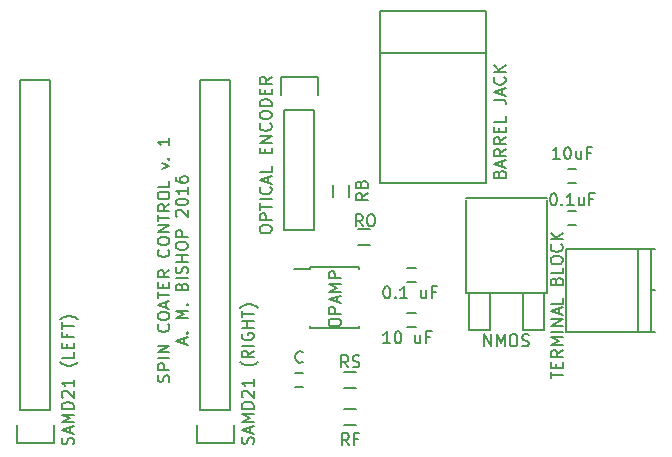
<source format=gto>
G04 #@! TF.FileFunction,Legend,Top*
%FSLAX46Y46*%
G04 Gerber Fmt 4.6, Leading zero omitted, Abs format (unit mm)*
G04 Created by KiCad (PCBNEW 4.0.2-stable) date Wednesday, July 27, 2016 'PMt' 01:40:30 PM*
%MOMM*%
G01*
G04 APERTURE LIST*
%ADD10C,0.100000*%
%ADD11C,0.150000*%
G04 APERTURE END LIST*
D10*
D11*
X117993762Y-116989524D02*
X118041381Y-116846667D01*
X118041381Y-116608571D01*
X117993762Y-116513333D01*
X117946143Y-116465714D01*
X117850905Y-116418095D01*
X117755667Y-116418095D01*
X117660429Y-116465714D01*
X117612810Y-116513333D01*
X117565190Y-116608571D01*
X117517571Y-116799048D01*
X117469952Y-116894286D01*
X117422333Y-116941905D01*
X117327095Y-116989524D01*
X117231857Y-116989524D01*
X117136619Y-116941905D01*
X117089000Y-116894286D01*
X117041381Y-116799048D01*
X117041381Y-116560952D01*
X117089000Y-116418095D01*
X118041381Y-115989524D02*
X117041381Y-115989524D01*
X117041381Y-115608571D01*
X117089000Y-115513333D01*
X117136619Y-115465714D01*
X117231857Y-115418095D01*
X117374714Y-115418095D01*
X117469952Y-115465714D01*
X117517571Y-115513333D01*
X117565190Y-115608571D01*
X117565190Y-115989524D01*
X118041381Y-114989524D02*
X117041381Y-114989524D01*
X118041381Y-114513334D02*
X117041381Y-114513334D01*
X118041381Y-113941905D01*
X117041381Y-113941905D01*
X117946143Y-112132381D02*
X117993762Y-112180000D01*
X118041381Y-112322857D01*
X118041381Y-112418095D01*
X117993762Y-112560953D01*
X117898524Y-112656191D01*
X117803286Y-112703810D01*
X117612810Y-112751429D01*
X117469952Y-112751429D01*
X117279476Y-112703810D01*
X117184238Y-112656191D01*
X117089000Y-112560953D01*
X117041381Y-112418095D01*
X117041381Y-112322857D01*
X117089000Y-112180000D01*
X117136619Y-112132381D01*
X117041381Y-111513334D02*
X117041381Y-111322857D01*
X117089000Y-111227619D01*
X117184238Y-111132381D01*
X117374714Y-111084762D01*
X117708048Y-111084762D01*
X117898524Y-111132381D01*
X117993762Y-111227619D01*
X118041381Y-111322857D01*
X118041381Y-111513334D01*
X117993762Y-111608572D01*
X117898524Y-111703810D01*
X117708048Y-111751429D01*
X117374714Y-111751429D01*
X117184238Y-111703810D01*
X117089000Y-111608572D01*
X117041381Y-111513334D01*
X117755667Y-110703810D02*
X117755667Y-110227619D01*
X118041381Y-110799048D02*
X117041381Y-110465715D01*
X118041381Y-110132381D01*
X117041381Y-109941905D02*
X117041381Y-109370476D01*
X118041381Y-109656191D02*
X117041381Y-109656191D01*
X117517571Y-109037143D02*
X117517571Y-108703809D01*
X118041381Y-108560952D02*
X118041381Y-109037143D01*
X117041381Y-109037143D01*
X117041381Y-108560952D01*
X118041381Y-107560952D02*
X117565190Y-107894286D01*
X118041381Y-108132381D02*
X117041381Y-108132381D01*
X117041381Y-107751428D01*
X117089000Y-107656190D01*
X117136619Y-107608571D01*
X117231857Y-107560952D01*
X117374714Y-107560952D01*
X117469952Y-107608571D01*
X117517571Y-107656190D01*
X117565190Y-107751428D01*
X117565190Y-108132381D01*
X117946143Y-105799047D02*
X117993762Y-105846666D01*
X118041381Y-105989523D01*
X118041381Y-106084761D01*
X117993762Y-106227619D01*
X117898524Y-106322857D01*
X117803286Y-106370476D01*
X117612810Y-106418095D01*
X117469952Y-106418095D01*
X117279476Y-106370476D01*
X117184238Y-106322857D01*
X117089000Y-106227619D01*
X117041381Y-106084761D01*
X117041381Y-105989523D01*
X117089000Y-105846666D01*
X117136619Y-105799047D01*
X117041381Y-105180000D02*
X117041381Y-104989523D01*
X117089000Y-104894285D01*
X117184238Y-104799047D01*
X117374714Y-104751428D01*
X117708048Y-104751428D01*
X117898524Y-104799047D01*
X117993762Y-104894285D01*
X118041381Y-104989523D01*
X118041381Y-105180000D01*
X117993762Y-105275238D01*
X117898524Y-105370476D01*
X117708048Y-105418095D01*
X117374714Y-105418095D01*
X117184238Y-105370476D01*
X117089000Y-105275238D01*
X117041381Y-105180000D01*
X118041381Y-104322857D02*
X117041381Y-104322857D01*
X118041381Y-103751428D01*
X117041381Y-103751428D01*
X117041381Y-103418095D02*
X117041381Y-102846666D01*
X118041381Y-103132381D02*
X117041381Y-103132381D01*
X118041381Y-101941904D02*
X117565190Y-102275238D01*
X118041381Y-102513333D02*
X117041381Y-102513333D01*
X117041381Y-102132380D01*
X117089000Y-102037142D01*
X117136619Y-101989523D01*
X117231857Y-101941904D01*
X117374714Y-101941904D01*
X117469952Y-101989523D01*
X117517571Y-102037142D01*
X117565190Y-102132380D01*
X117565190Y-102513333D01*
X117041381Y-101322857D02*
X117041381Y-101132380D01*
X117089000Y-101037142D01*
X117184238Y-100941904D01*
X117374714Y-100894285D01*
X117708048Y-100894285D01*
X117898524Y-100941904D01*
X117993762Y-101037142D01*
X118041381Y-101132380D01*
X118041381Y-101322857D01*
X117993762Y-101418095D01*
X117898524Y-101513333D01*
X117708048Y-101560952D01*
X117374714Y-101560952D01*
X117184238Y-101513333D01*
X117089000Y-101418095D01*
X117041381Y-101322857D01*
X118041381Y-99989523D02*
X118041381Y-100465714D01*
X117041381Y-100465714D01*
X117374714Y-98989523D02*
X118041381Y-98751428D01*
X117374714Y-98513332D01*
X117946143Y-98132380D02*
X117993762Y-98084761D01*
X118041381Y-98132380D01*
X117993762Y-98179999D01*
X117946143Y-98132380D01*
X118041381Y-98132380D01*
X118041381Y-96370475D02*
X118041381Y-96941904D01*
X118041381Y-96656190D02*
X117041381Y-96656190D01*
X117184238Y-96751428D01*
X117279476Y-96846666D01*
X117327095Y-96941904D01*
X119305667Y-113775238D02*
X119305667Y-113299047D01*
X119591381Y-113870476D02*
X118591381Y-113537143D01*
X119591381Y-113203809D01*
X119496143Y-112870476D02*
X119543762Y-112822857D01*
X119591381Y-112870476D01*
X119543762Y-112918095D01*
X119496143Y-112870476D01*
X119591381Y-112870476D01*
X119591381Y-111632381D02*
X118591381Y-111632381D01*
X119305667Y-111299047D01*
X118591381Y-110965714D01*
X119591381Y-110965714D01*
X119496143Y-110489524D02*
X119543762Y-110441905D01*
X119591381Y-110489524D01*
X119543762Y-110537143D01*
X119496143Y-110489524D01*
X119591381Y-110489524D01*
X119067571Y-108918095D02*
X119115190Y-108775238D01*
X119162810Y-108727619D01*
X119258048Y-108680000D01*
X119400905Y-108680000D01*
X119496143Y-108727619D01*
X119543762Y-108775238D01*
X119591381Y-108870476D01*
X119591381Y-109251429D01*
X118591381Y-109251429D01*
X118591381Y-108918095D01*
X118639000Y-108822857D01*
X118686619Y-108775238D01*
X118781857Y-108727619D01*
X118877095Y-108727619D01*
X118972333Y-108775238D01*
X119019952Y-108822857D01*
X119067571Y-108918095D01*
X119067571Y-109251429D01*
X119591381Y-108251429D02*
X118591381Y-108251429D01*
X119543762Y-107822858D02*
X119591381Y-107680001D01*
X119591381Y-107441905D01*
X119543762Y-107346667D01*
X119496143Y-107299048D01*
X119400905Y-107251429D01*
X119305667Y-107251429D01*
X119210429Y-107299048D01*
X119162810Y-107346667D01*
X119115190Y-107441905D01*
X119067571Y-107632382D01*
X119019952Y-107727620D01*
X118972333Y-107775239D01*
X118877095Y-107822858D01*
X118781857Y-107822858D01*
X118686619Y-107775239D01*
X118639000Y-107727620D01*
X118591381Y-107632382D01*
X118591381Y-107394286D01*
X118639000Y-107251429D01*
X119591381Y-106822858D02*
X118591381Y-106822858D01*
X119067571Y-106822858D02*
X119067571Y-106251429D01*
X119591381Y-106251429D02*
X118591381Y-106251429D01*
X118591381Y-105584763D02*
X118591381Y-105394286D01*
X118639000Y-105299048D01*
X118734238Y-105203810D01*
X118924714Y-105156191D01*
X119258048Y-105156191D01*
X119448524Y-105203810D01*
X119543762Y-105299048D01*
X119591381Y-105394286D01*
X119591381Y-105584763D01*
X119543762Y-105680001D01*
X119448524Y-105775239D01*
X119258048Y-105822858D01*
X118924714Y-105822858D01*
X118734238Y-105775239D01*
X118639000Y-105680001D01*
X118591381Y-105584763D01*
X119591381Y-104727620D02*
X118591381Y-104727620D01*
X118591381Y-104346667D01*
X118639000Y-104251429D01*
X118686619Y-104203810D01*
X118781857Y-104156191D01*
X118924714Y-104156191D01*
X119019952Y-104203810D01*
X119067571Y-104251429D01*
X119115190Y-104346667D01*
X119115190Y-104727620D01*
X118686619Y-103013334D02*
X118639000Y-102965715D01*
X118591381Y-102870477D01*
X118591381Y-102632381D01*
X118639000Y-102537143D01*
X118686619Y-102489524D01*
X118781857Y-102441905D01*
X118877095Y-102441905D01*
X119019952Y-102489524D01*
X119591381Y-103060953D01*
X119591381Y-102441905D01*
X118591381Y-101822858D02*
X118591381Y-101727619D01*
X118639000Y-101632381D01*
X118686619Y-101584762D01*
X118781857Y-101537143D01*
X118972333Y-101489524D01*
X119210429Y-101489524D01*
X119400905Y-101537143D01*
X119496143Y-101584762D01*
X119543762Y-101632381D01*
X119591381Y-101727619D01*
X119591381Y-101822858D01*
X119543762Y-101918096D01*
X119496143Y-101965715D01*
X119400905Y-102013334D01*
X119210429Y-102060953D01*
X118972333Y-102060953D01*
X118781857Y-102013334D01*
X118686619Y-101965715D01*
X118639000Y-101918096D01*
X118591381Y-101822858D01*
X119591381Y-100537143D02*
X119591381Y-101108572D01*
X119591381Y-100822858D02*
X118591381Y-100822858D01*
X118734238Y-100918096D01*
X118829476Y-101013334D01*
X118877095Y-101108572D01*
X118591381Y-99680000D02*
X118591381Y-99870477D01*
X118639000Y-99965715D01*
X118686619Y-100013334D01*
X118829476Y-100108572D01*
X119019952Y-100156191D01*
X119400905Y-100156191D01*
X119496143Y-100108572D01*
X119543762Y-100060953D01*
X119591381Y-99965715D01*
X119591381Y-99775238D01*
X119543762Y-99680000D01*
X119496143Y-99632381D01*
X119400905Y-99584762D01*
X119162810Y-99584762D01*
X119067571Y-99632381D01*
X119019952Y-99680000D01*
X118972333Y-99775238D01*
X118972333Y-99965715D01*
X119019952Y-100060953D01*
X119067571Y-100108572D01*
X119162810Y-100156191D01*
X151784000Y-102524000D02*
X152484000Y-102524000D01*
X152484000Y-103724000D02*
X151784000Y-103724000D01*
X128670000Y-116240000D02*
X129370000Y-116240000D01*
X129370000Y-117440000D02*
X128670000Y-117440000D01*
X151808000Y-98968000D02*
X152508000Y-98968000D01*
X152508000Y-100168000D02*
X151808000Y-100168000D01*
X138195000Y-111160000D02*
X138895000Y-111160000D01*
X138895000Y-112360000D02*
X138195000Y-112360000D01*
X138195000Y-107350000D02*
X138895000Y-107350000D01*
X138895000Y-108550000D02*
X138195000Y-108550000D01*
X144835880Y-89143840D02*
X135834120Y-89143840D01*
X144835880Y-85643720D02*
X135834120Y-85643720D01*
X135834120Y-85643720D02*
X135834120Y-100144580D01*
X135834120Y-100144580D02*
X144835880Y-100144580D01*
X144835880Y-100144580D02*
X144835880Y-85643720D01*
X120650000Y-119380000D02*
X120650000Y-91440000D01*
X120650000Y-91440000D02*
X123190000Y-91440000D01*
X123190000Y-91440000D02*
X123190000Y-119380000D01*
X120370000Y-122200000D02*
X120370000Y-120650000D01*
X120650000Y-119380000D02*
X123190000Y-119380000D01*
X123470000Y-120650000D02*
X123470000Y-122200000D01*
X123470000Y-122200000D02*
X120370000Y-122200000D01*
X127762000Y-93980000D02*
X127762000Y-104140000D01*
X127762000Y-104140000D02*
X130302000Y-104140000D01*
X130302000Y-104140000D02*
X130302000Y-93980000D01*
X127482000Y-91160000D02*
X127482000Y-92710000D01*
X127762000Y-93980000D02*
X130302000Y-93980000D01*
X130582000Y-92710000D02*
X130582000Y-91160000D01*
X130582000Y-91160000D02*
X127482000Y-91160000D01*
X158786000Y-109248000D02*
X159186000Y-109248000D01*
X157686000Y-112748000D02*
X157686000Y-105748000D01*
X158786000Y-112748000D02*
X158786000Y-105748000D01*
X151586000Y-112748000D02*
X159186000Y-112748000D01*
X159186000Y-105748000D02*
X151586000Y-105748000D01*
X151586000Y-105748000D02*
X151586000Y-112748000D01*
X147955000Y-109474000D02*
X147955000Y-112649000D01*
X147955000Y-112649000D02*
X149733000Y-112649000D01*
X149733000Y-112649000D02*
X149733000Y-109474000D01*
X143383000Y-109474000D02*
X143383000Y-112649000D01*
X143383000Y-112649000D02*
X145161000Y-112649000D01*
X145161000Y-112649000D02*
X145161000Y-109474000D01*
X149987000Y-103378000D02*
X149987000Y-109474000D01*
X149987000Y-109474000D02*
X143129000Y-109474000D01*
X143129000Y-109474000D02*
X143129000Y-101600000D01*
X143129000Y-101473000D02*
X149987000Y-101473000D01*
X149987000Y-101600000D02*
X149987000Y-103378000D01*
X132850000Y-116165000D02*
X133850000Y-116165000D01*
X133850000Y-117515000D02*
X132850000Y-117515000D01*
X134005000Y-104100000D02*
X135005000Y-104100000D01*
X135005000Y-105450000D02*
X134005000Y-105450000D01*
X132850000Y-119340000D02*
X133850000Y-119340000D01*
X133850000Y-120690000D02*
X132850000Y-120690000D01*
X105410000Y-119380000D02*
X105410000Y-91440000D01*
X105410000Y-91440000D02*
X107950000Y-91440000D01*
X107950000Y-91440000D02*
X107950000Y-119380000D01*
X105130000Y-122200000D02*
X105130000Y-120650000D01*
X105410000Y-119380000D02*
X107950000Y-119380000D01*
X108230000Y-120650000D02*
X108230000Y-122200000D01*
X108230000Y-122200000D02*
X105130000Y-122200000D01*
X129976000Y-107280000D02*
X129976000Y-107425000D01*
X134126000Y-107280000D02*
X134126000Y-107425000D01*
X134126000Y-112430000D02*
X134126000Y-112285000D01*
X129976000Y-112430000D02*
X129976000Y-112285000D01*
X129976000Y-107280000D02*
X134126000Y-107280000D01*
X129976000Y-112430000D02*
X134126000Y-112430000D01*
X129976000Y-107425000D02*
X128576000Y-107425000D01*
X133263000Y-100350000D02*
X133263000Y-101350000D01*
X131913000Y-101350000D02*
X131913000Y-100350000D01*
X150503143Y-101052381D02*
X150598382Y-101052381D01*
X150693620Y-101100000D01*
X150741239Y-101147619D01*
X150788858Y-101242857D01*
X150836477Y-101433333D01*
X150836477Y-101671429D01*
X150788858Y-101861905D01*
X150741239Y-101957143D01*
X150693620Y-102004762D01*
X150598382Y-102052381D01*
X150503143Y-102052381D01*
X150407905Y-102004762D01*
X150360286Y-101957143D01*
X150312667Y-101861905D01*
X150265048Y-101671429D01*
X150265048Y-101433333D01*
X150312667Y-101242857D01*
X150360286Y-101147619D01*
X150407905Y-101100000D01*
X150503143Y-101052381D01*
X151265048Y-101957143D02*
X151312667Y-102004762D01*
X151265048Y-102052381D01*
X151217429Y-102004762D01*
X151265048Y-101957143D01*
X151265048Y-102052381D01*
X152265048Y-102052381D02*
X151693619Y-102052381D01*
X151979333Y-102052381D02*
X151979333Y-101052381D01*
X151884095Y-101195238D01*
X151788857Y-101290476D01*
X151693619Y-101338095D01*
X153122191Y-101385714D02*
X153122191Y-102052381D01*
X152693619Y-101385714D02*
X152693619Y-101909524D01*
X152741238Y-102004762D01*
X152836476Y-102052381D01*
X152979334Y-102052381D01*
X153074572Y-102004762D01*
X153122191Y-101957143D01*
X153931715Y-101528571D02*
X153598381Y-101528571D01*
X153598381Y-102052381D02*
X153598381Y-101052381D01*
X154074572Y-101052381D01*
X129329524Y-115297143D02*
X129281905Y-115344762D01*
X129139048Y-115392381D01*
X129043810Y-115392381D01*
X128900952Y-115344762D01*
X128805714Y-115249524D01*
X128758095Y-115154286D01*
X128710476Y-114963810D01*
X128710476Y-114820952D01*
X128758095Y-114630476D01*
X128805714Y-114535238D01*
X128900952Y-114440000D01*
X129043810Y-114392381D01*
X129139048Y-114392381D01*
X129281905Y-114440000D01*
X129329524Y-114487619D01*
X151086572Y-98120381D02*
X150515143Y-98120381D01*
X150800857Y-98120381D02*
X150800857Y-97120381D01*
X150705619Y-97263238D01*
X150610381Y-97358476D01*
X150515143Y-97406095D01*
X151705619Y-97120381D02*
X151800858Y-97120381D01*
X151896096Y-97168000D01*
X151943715Y-97215619D01*
X151991334Y-97310857D01*
X152038953Y-97501333D01*
X152038953Y-97739429D01*
X151991334Y-97929905D01*
X151943715Y-98025143D01*
X151896096Y-98072762D01*
X151800858Y-98120381D01*
X151705619Y-98120381D01*
X151610381Y-98072762D01*
X151562762Y-98025143D01*
X151515143Y-97929905D01*
X151467524Y-97739429D01*
X151467524Y-97501333D01*
X151515143Y-97310857D01*
X151562762Y-97215619D01*
X151610381Y-97168000D01*
X151705619Y-97120381D01*
X152896096Y-97453714D02*
X152896096Y-98120381D01*
X152467524Y-97453714D02*
X152467524Y-97977524D01*
X152515143Y-98072762D01*
X152610381Y-98120381D01*
X152753239Y-98120381D01*
X152848477Y-98072762D01*
X152896096Y-98025143D01*
X153705620Y-97596571D02*
X153372286Y-97596571D01*
X153372286Y-98120381D02*
X153372286Y-97120381D01*
X153848477Y-97120381D01*
X136723619Y-113736381D02*
X136152190Y-113736381D01*
X136437904Y-113736381D02*
X136437904Y-112736381D01*
X136342666Y-112879238D01*
X136247428Y-112974476D01*
X136152190Y-113022095D01*
X137342666Y-112736381D02*
X137437905Y-112736381D01*
X137533143Y-112784000D01*
X137580762Y-112831619D01*
X137628381Y-112926857D01*
X137676000Y-113117333D01*
X137676000Y-113355429D01*
X137628381Y-113545905D01*
X137580762Y-113641143D01*
X137533143Y-113688762D01*
X137437905Y-113736381D01*
X137342666Y-113736381D01*
X137247428Y-113688762D01*
X137199809Y-113641143D01*
X137152190Y-113545905D01*
X137104571Y-113355429D01*
X137104571Y-113117333D01*
X137152190Y-112926857D01*
X137199809Y-112831619D01*
X137247428Y-112784000D01*
X137342666Y-112736381D01*
X139295048Y-113069714D02*
X139295048Y-113736381D01*
X138866476Y-113069714D02*
X138866476Y-113593524D01*
X138914095Y-113688762D01*
X139009333Y-113736381D01*
X139152191Y-113736381D01*
X139247429Y-113688762D01*
X139295048Y-113641143D01*
X140104572Y-113212571D02*
X139771238Y-113212571D01*
X139771238Y-113736381D02*
X139771238Y-112736381D01*
X140247429Y-112736381D01*
X136406190Y-108926381D02*
X136501429Y-108926381D01*
X136596667Y-108974000D01*
X136644286Y-109021619D01*
X136691905Y-109116857D01*
X136739524Y-109307333D01*
X136739524Y-109545429D01*
X136691905Y-109735905D01*
X136644286Y-109831143D01*
X136596667Y-109878762D01*
X136501429Y-109926381D01*
X136406190Y-109926381D01*
X136310952Y-109878762D01*
X136263333Y-109831143D01*
X136215714Y-109735905D01*
X136168095Y-109545429D01*
X136168095Y-109307333D01*
X136215714Y-109116857D01*
X136263333Y-109021619D01*
X136310952Y-108974000D01*
X136406190Y-108926381D01*
X137168095Y-109831143D02*
X137215714Y-109878762D01*
X137168095Y-109926381D01*
X137120476Y-109878762D01*
X137168095Y-109831143D01*
X137168095Y-109926381D01*
X138168095Y-109926381D02*
X137596666Y-109926381D01*
X137882380Y-109926381D02*
X137882380Y-108926381D01*
X137787142Y-109069238D01*
X137691904Y-109164476D01*
X137596666Y-109212095D01*
X139787143Y-109259714D02*
X139787143Y-109926381D01*
X139358571Y-109259714D02*
X139358571Y-109783524D01*
X139406190Y-109878762D01*
X139501428Y-109926381D01*
X139644286Y-109926381D01*
X139739524Y-109878762D01*
X139787143Y-109831143D01*
X140596667Y-109402571D02*
X140263333Y-109402571D01*
X140263333Y-109926381D02*
X140263333Y-108926381D01*
X140739524Y-108926381D01*
X145978571Y-99400762D02*
X146026190Y-99257905D01*
X146073810Y-99210286D01*
X146169048Y-99162667D01*
X146311905Y-99162667D01*
X146407143Y-99210286D01*
X146454762Y-99257905D01*
X146502381Y-99353143D01*
X146502381Y-99734096D01*
X145502381Y-99734096D01*
X145502381Y-99400762D01*
X145550000Y-99305524D01*
X145597619Y-99257905D01*
X145692857Y-99210286D01*
X145788095Y-99210286D01*
X145883333Y-99257905D01*
X145930952Y-99305524D01*
X145978571Y-99400762D01*
X145978571Y-99734096D01*
X146216667Y-98781715D02*
X146216667Y-98305524D01*
X146502381Y-98876953D02*
X145502381Y-98543620D01*
X146502381Y-98210286D01*
X146502381Y-97305524D02*
X146026190Y-97638858D01*
X146502381Y-97876953D02*
X145502381Y-97876953D01*
X145502381Y-97496000D01*
X145550000Y-97400762D01*
X145597619Y-97353143D01*
X145692857Y-97305524D01*
X145835714Y-97305524D01*
X145930952Y-97353143D01*
X145978571Y-97400762D01*
X146026190Y-97496000D01*
X146026190Y-97876953D01*
X146502381Y-96305524D02*
X146026190Y-96638858D01*
X146502381Y-96876953D02*
X145502381Y-96876953D01*
X145502381Y-96496000D01*
X145550000Y-96400762D01*
X145597619Y-96353143D01*
X145692857Y-96305524D01*
X145835714Y-96305524D01*
X145930952Y-96353143D01*
X145978571Y-96400762D01*
X146026190Y-96496000D01*
X146026190Y-96876953D01*
X145978571Y-95876953D02*
X145978571Y-95543619D01*
X146502381Y-95400762D02*
X146502381Y-95876953D01*
X145502381Y-95876953D01*
X145502381Y-95400762D01*
X146502381Y-94496000D02*
X146502381Y-94972191D01*
X145502381Y-94972191D01*
X145502381Y-93115047D02*
X146216667Y-93115047D01*
X146359524Y-93162667D01*
X146454762Y-93257905D01*
X146502381Y-93400762D01*
X146502381Y-93496000D01*
X146216667Y-92686476D02*
X146216667Y-92210285D01*
X146502381Y-92781714D02*
X145502381Y-92448381D01*
X146502381Y-92115047D01*
X146407143Y-91210285D02*
X146454762Y-91257904D01*
X146502381Y-91400761D01*
X146502381Y-91495999D01*
X146454762Y-91638857D01*
X146359524Y-91734095D01*
X146264286Y-91781714D01*
X146073810Y-91829333D01*
X145930952Y-91829333D01*
X145740476Y-91781714D01*
X145645238Y-91734095D01*
X145550000Y-91638857D01*
X145502381Y-91495999D01*
X145502381Y-91400761D01*
X145550000Y-91257904D01*
X145597619Y-91210285D01*
X146502381Y-90781714D02*
X145502381Y-90781714D01*
X146502381Y-90210285D02*
X145930952Y-90638857D01*
X145502381Y-90210285D02*
X146073810Y-90781714D01*
X125118762Y-122260572D02*
X125166381Y-122117715D01*
X125166381Y-121879619D01*
X125118762Y-121784381D01*
X125071143Y-121736762D01*
X124975905Y-121689143D01*
X124880667Y-121689143D01*
X124785429Y-121736762D01*
X124737810Y-121784381D01*
X124690190Y-121879619D01*
X124642571Y-122070096D01*
X124594952Y-122165334D01*
X124547333Y-122212953D01*
X124452095Y-122260572D01*
X124356857Y-122260572D01*
X124261619Y-122212953D01*
X124214000Y-122165334D01*
X124166381Y-122070096D01*
X124166381Y-121832000D01*
X124214000Y-121689143D01*
X124880667Y-121308191D02*
X124880667Y-120832000D01*
X125166381Y-121403429D02*
X124166381Y-121070096D01*
X125166381Y-120736762D01*
X125166381Y-120403429D02*
X124166381Y-120403429D01*
X124880667Y-120070095D01*
X124166381Y-119736762D01*
X125166381Y-119736762D01*
X125166381Y-119260572D02*
X124166381Y-119260572D01*
X124166381Y-119022477D01*
X124214000Y-118879619D01*
X124309238Y-118784381D01*
X124404476Y-118736762D01*
X124594952Y-118689143D01*
X124737810Y-118689143D01*
X124928286Y-118736762D01*
X125023524Y-118784381D01*
X125118762Y-118879619D01*
X125166381Y-119022477D01*
X125166381Y-119260572D01*
X124261619Y-118308191D02*
X124214000Y-118260572D01*
X124166381Y-118165334D01*
X124166381Y-117927238D01*
X124214000Y-117832000D01*
X124261619Y-117784381D01*
X124356857Y-117736762D01*
X124452095Y-117736762D01*
X124594952Y-117784381D01*
X125166381Y-118355810D01*
X125166381Y-117736762D01*
X125166381Y-116784381D02*
X125166381Y-117355810D01*
X125166381Y-117070096D02*
X124166381Y-117070096D01*
X124309238Y-117165334D01*
X124404476Y-117260572D01*
X124452095Y-117355810D01*
X125547333Y-115308190D02*
X125499714Y-115355810D01*
X125356857Y-115451048D01*
X125261619Y-115498667D01*
X125118762Y-115546286D01*
X124880667Y-115593905D01*
X124690190Y-115593905D01*
X124452095Y-115546286D01*
X124309238Y-115498667D01*
X124214000Y-115451048D01*
X124071143Y-115355810D01*
X124023524Y-115308190D01*
X125166381Y-114355809D02*
X124690190Y-114689143D01*
X125166381Y-114927238D02*
X124166381Y-114927238D01*
X124166381Y-114546285D01*
X124214000Y-114451047D01*
X124261619Y-114403428D01*
X124356857Y-114355809D01*
X124499714Y-114355809D01*
X124594952Y-114403428D01*
X124642571Y-114451047D01*
X124690190Y-114546285D01*
X124690190Y-114927238D01*
X125166381Y-113927238D02*
X124166381Y-113927238D01*
X124214000Y-112927238D02*
X124166381Y-113022476D01*
X124166381Y-113165333D01*
X124214000Y-113308191D01*
X124309238Y-113403429D01*
X124404476Y-113451048D01*
X124594952Y-113498667D01*
X124737810Y-113498667D01*
X124928286Y-113451048D01*
X125023524Y-113403429D01*
X125118762Y-113308191D01*
X125166381Y-113165333D01*
X125166381Y-113070095D01*
X125118762Y-112927238D01*
X125071143Y-112879619D01*
X124737810Y-112879619D01*
X124737810Y-113070095D01*
X125166381Y-112451048D02*
X124166381Y-112451048D01*
X124642571Y-112451048D02*
X124642571Y-111879619D01*
X125166381Y-111879619D02*
X124166381Y-111879619D01*
X124166381Y-111546286D02*
X124166381Y-110974857D01*
X125166381Y-111260572D02*
X124166381Y-111260572D01*
X125547333Y-110736762D02*
X125499714Y-110689143D01*
X125356857Y-110593905D01*
X125261619Y-110546286D01*
X125118762Y-110498667D01*
X124880667Y-110451048D01*
X124690190Y-110451048D01*
X124452095Y-110498667D01*
X124309238Y-110546286D01*
X124214000Y-110593905D01*
X124071143Y-110689143D01*
X124023524Y-110736762D01*
X125690381Y-104170953D02*
X125690381Y-103980476D01*
X125738000Y-103885238D01*
X125833238Y-103790000D01*
X126023714Y-103742381D01*
X126357048Y-103742381D01*
X126547524Y-103790000D01*
X126642762Y-103885238D01*
X126690381Y-103980476D01*
X126690381Y-104170953D01*
X126642762Y-104266191D01*
X126547524Y-104361429D01*
X126357048Y-104409048D01*
X126023714Y-104409048D01*
X125833238Y-104361429D01*
X125738000Y-104266191D01*
X125690381Y-104170953D01*
X126690381Y-103313810D02*
X125690381Y-103313810D01*
X125690381Y-102932857D01*
X125738000Y-102837619D01*
X125785619Y-102790000D01*
X125880857Y-102742381D01*
X126023714Y-102742381D01*
X126118952Y-102790000D01*
X126166571Y-102837619D01*
X126214190Y-102932857D01*
X126214190Y-103313810D01*
X125690381Y-102456667D02*
X125690381Y-101885238D01*
X126690381Y-102170953D02*
X125690381Y-102170953D01*
X126690381Y-101551905D02*
X125690381Y-101551905D01*
X126595143Y-100504286D02*
X126642762Y-100551905D01*
X126690381Y-100694762D01*
X126690381Y-100790000D01*
X126642762Y-100932858D01*
X126547524Y-101028096D01*
X126452286Y-101075715D01*
X126261810Y-101123334D01*
X126118952Y-101123334D01*
X125928476Y-101075715D01*
X125833238Y-101028096D01*
X125738000Y-100932858D01*
X125690381Y-100790000D01*
X125690381Y-100694762D01*
X125738000Y-100551905D01*
X125785619Y-100504286D01*
X126404667Y-100123334D02*
X126404667Y-99647143D01*
X126690381Y-100218572D02*
X125690381Y-99885239D01*
X126690381Y-99551905D01*
X126690381Y-98742381D02*
X126690381Y-99218572D01*
X125690381Y-99218572D01*
X126166571Y-97647143D02*
X126166571Y-97313809D01*
X126690381Y-97170952D02*
X126690381Y-97647143D01*
X125690381Y-97647143D01*
X125690381Y-97170952D01*
X126690381Y-96742381D02*
X125690381Y-96742381D01*
X126690381Y-96170952D01*
X125690381Y-96170952D01*
X126595143Y-95123333D02*
X126642762Y-95170952D01*
X126690381Y-95313809D01*
X126690381Y-95409047D01*
X126642762Y-95551905D01*
X126547524Y-95647143D01*
X126452286Y-95694762D01*
X126261810Y-95742381D01*
X126118952Y-95742381D01*
X125928476Y-95694762D01*
X125833238Y-95647143D01*
X125738000Y-95551905D01*
X125690381Y-95409047D01*
X125690381Y-95313809D01*
X125738000Y-95170952D01*
X125785619Y-95123333D01*
X125690381Y-94504286D02*
X125690381Y-94313809D01*
X125738000Y-94218571D01*
X125833238Y-94123333D01*
X126023714Y-94075714D01*
X126357048Y-94075714D01*
X126547524Y-94123333D01*
X126642762Y-94218571D01*
X126690381Y-94313809D01*
X126690381Y-94504286D01*
X126642762Y-94599524D01*
X126547524Y-94694762D01*
X126357048Y-94742381D01*
X126023714Y-94742381D01*
X125833238Y-94694762D01*
X125738000Y-94599524D01*
X125690381Y-94504286D01*
X126690381Y-93647143D02*
X125690381Y-93647143D01*
X125690381Y-93409048D01*
X125738000Y-93266190D01*
X125833238Y-93170952D01*
X125928476Y-93123333D01*
X126118952Y-93075714D01*
X126261810Y-93075714D01*
X126452286Y-93123333D01*
X126547524Y-93170952D01*
X126642762Y-93266190D01*
X126690381Y-93409048D01*
X126690381Y-93647143D01*
X126166571Y-92647143D02*
X126166571Y-92313809D01*
X126690381Y-92170952D02*
X126690381Y-92647143D01*
X125690381Y-92647143D01*
X125690381Y-92170952D01*
X126690381Y-91170952D02*
X126214190Y-91504286D01*
X126690381Y-91742381D02*
X125690381Y-91742381D01*
X125690381Y-91361428D01*
X125738000Y-91266190D01*
X125785619Y-91218571D01*
X125880857Y-91170952D01*
X126023714Y-91170952D01*
X126118952Y-91218571D01*
X126166571Y-91266190D01*
X126214190Y-91361428D01*
X126214190Y-91742381D01*
X150328381Y-116704286D02*
X150328381Y-116132857D01*
X151328381Y-116418572D02*
X150328381Y-116418572D01*
X150804571Y-115799524D02*
X150804571Y-115466190D01*
X151328381Y-115323333D02*
X151328381Y-115799524D01*
X150328381Y-115799524D01*
X150328381Y-115323333D01*
X151328381Y-114323333D02*
X150852190Y-114656667D01*
X151328381Y-114894762D02*
X150328381Y-114894762D01*
X150328381Y-114513809D01*
X150376000Y-114418571D01*
X150423619Y-114370952D01*
X150518857Y-114323333D01*
X150661714Y-114323333D01*
X150756952Y-114370952D01*
X150804571Y-114418571D01*
X150852190Y-114513809D01*
X150852190Y-114894762D01*
X151328381Y-113894762D02*
X150328381Y-113894762D01*
X151042667Y-113561428D01*
X150328381Y-113228095D01*
X151328381Y-113228095D01*
X151328381Y-112751905D02*
X150328381Y-112751905D01*
X151328381Y-112275715D02*
X150328381Y-112275715D01*
X151328381Y-111704286D01*
X150328381Y-111704286D01*
X151042667Y-111275715D02*
X151042667Y-110799524D01*
X151328381Y-111370953D02*
X150328381Y-111037620D01*
X151328381Y-110704286D01*
X151328381Y-109894762D02*
X151328381Y-110370953D01*
X150328381Y-110370953D01*
X150804571Y-108466190D02*
X150852190Y-108323333D01*
X150899810Y-108275714D01*
X150995048Y-108228095D01*
X151137905Y-108228095D01*
X151233143Y-108275714D01*
X151280762Y-108323333D01*
X151328381Y-108418571D01*
X151328381Y-108799524D01*
X150328381Y-108799524D01*
X150328381Y-108466190D01*
X150376000Y-108370952D01*
X150423619Y-108323333D01*
X150518857Y-108275714D01*
X150614095Y-108275714D01*
X150709333Y-108323333D01*
X150756952Y-108370952D01*
X150804571Y-108466190D01*
X150804571Y-108799524D01*
X151328381Y-107323333D02*
X151328381Y-107799524D01*
X150328381Y-107799524D01*
X150328381Y-106799524D02*
X150328381Y-106609047D01*
X150376000Y-106513809D01*
X150471238Y-106418571D01*
X150661714Y-106370952D01*
X150995048Y-106370952D01*
X151185524Y-106418571D01*
X151280762Y-106513809D01*
X151328381Y-106609047D01*
X151328381Y-106799524D01*
X151280762Y-106894762D01*
X151185524Y-106990000D01*
X150995048Y-107037619D01*
X150661714Y-107037619D01*
X150471238Y-106990000D01*
X150376000Y-106894762D01*
X150328381Y-106799524D01*
X151233143Y-105370952D02*
X151280762Y-105418571D01*
X151328381Y-105561428D01*
X151328381Y-105656666D01*
X151280762Y-105799524D01*
X151185524Y-105894762D01*
X151090286Y-105942381D01*
X150899810Y-105990000D01*
X150756952Y-105990000D01*
X150566476Y-105942381D01*
X150471238Y-105894762D01*
X150376000Y-105799524D01*
X150328381Y-105656666D01*
X150328381Y-105561428D01*
X150376000Y-105418571D01*
X150423619Y-105370952D01*
X151328381Y-104942381D02*
X150328381Y-104942381D01*
X151328381Y-104370952D02*
X150756952Y-104799524D01*
X150328381Y-104370952D02*
X150899810Y-104942381D01*
X144700857Y-113990381D02*
X144700857Y-112990381D01*
X145272286Y-113990381D01*
X145272286Y-112990381D01*
X145748476Y-113990381D02*
X145748476Y-112990381D01*
X146081810Y-113704667D01*
X146415143Y-112990381D01*
X146415143Y-113990381D01*
X147081809Y-112990381D02*
X147272286Y-112990381D01*
X147367524Y-113038000D01*
X147462762Y-113133238D01*
X147510381Y-113323714D01*
X147510381Y-113657048D01*
X147462762Y-113847524D01*
X147367524Y-113942762D01*
X147272286Y-113990381D01*
X147081809Y-113990381D01*
X146986571Y-113942762D01*
X146891333Y-113847524D01*
X146843714Y-113657048D01*
X146843714Y-113323714D01*
X146891333Y-113133238D01*
X146986571Y-113038000D01*
X147081809Y-112990381D01*
X147891333Y-113942762D02*
X148034190Y-113990381D01*
X148272286Y-113990381D01*
X148367524Y-113942762D01*
X148415143Y-113895143D01*
X148462762Y-113799905D01*
X148462762Y-113704667D01*
X148415143Y-113609429D01*
X148367524Y-113561810D01*
X148272286Y-113514190D01*
X148081809Y-113466571D01*
X147986571Y-113418952D01*
X147938952Y-113371333D01*
X147891333Y-113276095D01*
X147891333Y-113180857D01*
X147938952Y-113085619D01*
X147986571Y-113038000D01*
X148081809Y-112990381D01*
X148319905Y-112990381D01*
X148462762Y-113038000D01*
X133183334Y-115768381D02*
X132850000Y-115292190D01*
X132611905Y-115768381D02*
X132611905Y-114768381D01*
X132992858Y-114768381D01*
X133088096Y-114816000D01*
X133135715Y-114863619D01*
X133183334Y-114958857D01*
X133183334Y-115101714D01*
X133135715Y-115196952D01*
X133088096Y-115244571D01*
X132992858Y-115292190D01*
X132611905Y-115292190D01*
X133564286Y-115720762D02*
X133707143Y-115768381D01*
X133945239Y-115768381D01*
X134040477Y-115720762D01*
X134088096Y-115673143D01*
X134135715Y-115577905D01*
X134135715Y-115482667D01*
X134088096Y-115387429D01*
X134040477Y-115339810D01*
X133945239Y-115292190D01*
X133754762Y-115244571D01*
X133659524Y-115196952D01*
X133611905Y-115149333D01*
X133564286Y-115054095D01*
X133564286Y-114958857D01*
X133611905Y-114863619D01*
X133659524Y-114816000D01*
X133754762Y-114768381D01*
X133992858Y-114768381D01*
X134135715Y-114816000D01*
X134405715Y-103830381D02*
X134072381Y-103354190D01*
X133834286Y-103830381D02*
X133834286Y-102830381D01*
X134215239Y-102830381D01*
X134310477Y-102878000D01*
X134358096Y-102925619D01*
X134405715Y-103020857D01*
X134405715Y-103163714D01*
X134358096Y-103258952D01*
X134310477Y-103306571D01*
X134215239Y-103354190D01*
X133834286Y-103354190D01*
X135024762Y-102830381D02*
X135215239Y-102830381D01*
X135310477Y-102878000D01*
X135405715Y-102973238D01*
X135453334Y-103163714D01*
X135453334Y-103497048D01*
X135405715Y-103687524D01*
X135310477Y-103782762D01*
X135215239Y-103830381D01*
X135024762Y-103830381D01*
X134929524Y-103782762D01*
X134834286Y-103687524D01*
X134786667Y-103497048D01*
X134786667Y-103163714D01*
X134834286Y-102973238D01*
X134929524Y-102878000D01*
X135024762Y-102830381D01*
X133230953Y-122367381D02*
X132897619Y-121891190D01*
X132659524Y-122367381D02*
X132659524Y-121367381D01*
X133040477Y-121367381D01*
X133135715Y-121415000D01*
X133183334Y-121462619D01*
X133230953Y-121557857D01*
X133230953Y-121700714D01*
X133183334Y-121795952D01*
X133135715Y-121843571D01*
X133040477Y-121891190D01*
X132659524Y-121891190D01*
X133992858Y-121843571D02*
X133659524Y-121843571D01*
X133659524Y-122367381D02*
X133659524Y-121367381D01*
X134135715Y-121367381D01*
X109878762Y-122292382D02*
X109926381Y-122149525D01*
X109926381Y-121911429D01*
X109878762Y-121816191D01*
X109831143Y-121768572D01*
X109735905Y-121720953D01*
X109640667Y-121720953D01*
X109545429Y-121768572D01*
X109497810Y-121816191D01*
X109450190Y-121911429D01*
X109402571Y-122101906D01*
X109354952Y-122197144D01*
X109307333Y-122244763D01*
X109212095Y-122292382D01*
X109116857Y-122292382D01*
X109021619Y-122244763D01*
X108974000Y-122197144D01*
X108926381Y-122101906D01*
X108926381Y-121863810D01*
X108974000Y-121720953D01*
X109640667Y-121340001D02*
X109640667Y-120863810D01*
X109926381Y-121435239D02*
X108926381Y-121101906D01*
X109926381Y-120768572D01*
X109926381Y-120435239D02*
X108926381Y-120435239D01*
X109640667Y-120101905D01*
X108926381Y-119768572D01*
X109926381Y-119768572D01*
X109926381Y-119292382D02*
X108926381Y-119292382D01*
X108926381Y-119054287D01*
X108974000Y-118911429D01*
X109069238Y-118816191D01*
X109164476Y-118768572D01*
X109354952Y-118720953D01*
X109497810Y-118720953D01*
X109688286Y-118768572D01*
X109783524Y-118816191D01*
X109878762Y-118911429D01*
X109926381Y-119054287D01*
X109926381Y-119292382D01*
X109021619Y-118340001D02*
X108974000Y-118292382D01*
X108926381Y-118197144D01*
X108926381Y-117959048D01*
X108974000Y-117863810D01*
X109021619Y-117816191D01*
X109116857Y-117768572D01*
X109212095Y-117768572D01*
X109354952Y-117816191D01*
X109926381Y-118387620D01*
X109926381Y-117768572D01*
X109926381Y-116816191D02*
X109926381Y-117387620D01*
X109926381Y-117101906D02*
X108926381Y-117101906D01*
X109069238Y-117197144D01*
X109164476Y-117292382D01*
X109212095Y-117387620D01*
X110307333Y-115340000D02*
X110259714Y-115387620D01*
X110116857Y-115482858D01*
X110021619Y-115530477D01*
X109878762Y-115578096D01*
X109640667Y-115625715D01*
X109450190Y-115625715D01*
X109212095Y-115578096D01*
X109069238Y-115530477D01*
X108974000Y-115482858D01*
X108831143Y-115387620D01*
X108783524Y-115340000D01*
X109926381Y-114482857D02*
X109926381Y-114959048D01*
X108926381Y-114959048D01*
X109402571Y-114149524D02*
X109402571Y-113816190D01*
X109926381Y-113673333D02*
X109926381Y-114149524D01*
X108926381Y-114149524D01*
X108926381Y-113673333D01*
X109402571Y-112911428D02*
X109402571Y-113244762D01*
X109926381Y-113244762D02*
X108926381Y-113244762D01*
X108926381Y-112768571D01*
X108926381Y-112530476D02*
X108926381Y-111959047D01*
X109926381Y-112244762D02*
X108926381Y-112244762D01*
X110307333Y-111720952D02*
X110259714Y-111673333D01*
X110116857Y-111578095D01*
X110021619Y-111530476D01*
X109878762Y-111482857D01*
X109640667Y-111435238D01*
X109450190Y-111435238D01*
X109212095Y-111482857D01*
X109069238Y-111530476D01*
X108974000Y-111578095D01*
X108831143Y-111673333D01*
X108783524Y-111720952D01*
X131532381Y-112077238D02*
X131532381Y-111886761D01*
X131580000Y-111791523D01*
X131675238Y-111696285D01*
X131865714Y-111648666D01*
X132199048Y-111648666D01*
X132389524Y-111696285D01*
X132484762Y-111791523D01*
X132532381Y-111886761D01*
X132532381Y-112077238D01*
X132484762Y-112172476D01*
X132389524Y-112267714D01*
X132199048Y-112315333D01*
X131865714Y-112315333D01*
X131675238Y-112267714D01*
X131580000Y-112172476D01*
X131532381Y-112077238D01*
X132532381Y-111220095D02*
X131532381Y-111220095D01*
X131532381Y-110839142D01*
X131580000Y-110743904D01*
X131627619Y-110696285D01*
X131722857Y-110648666D01*
X131865714Y-110648666D01*
X131960952Y-110696285D01*
X132008571Y-110743904D01*
X132056190Y-110839142D01*
X132056190Y-111220095D01*
X132246667Y-110267714D02*
X132246667Y-109791523D01*
X132532381Y-110362952D02*
X131532381Y-110029619D01*
X132532381Y-109696285D01*
X132532381Y-109362952D02*
X131532381Y-109362952D01*
X132246667Y-109029618D01*
X131532381Y-108696285D01*
X132532381Y-108696285D01*
X132532381Y-108220095D02*
X131532381Y-108220095D01*
X131532381Y-107839142D01*
X131580000Y-107743904D01*
X131627619Y-107696285D01*
X131722857Y-107648666D01*
X131865714Y-107648666D01*
X131960952Y-107696285D01*
X132008571Y-107743904D01*
X132056190Y-107839142D01*
X132056190Y-108220095D01*
X134818381Y-101028476D02*
X134342190Y-101361810D01*
X134818381Y-101599905D02*
X133818381Y-101599905D01*
X133818381Y-101218952D01*
X133866000Y-101123714D01*
X133913619Y-101076095D01*
X134008857Y-101028476D01*
X134151714Y-101028476D01*
X134246952Y-101076095D01*
X134294571Y-101123714D01*
X134342190Y-101218952D01*
X134342190Y-101599905D01*
X134294571Y-100266571D02*
X134342190Y-100123714D01*
X134389810Y-100076095D01*
X134485048Y-100028476D01*
X134627905Y-100028476D01*
X134723143Y-100076095D01*
X134770762Y-100123714D01*
X134818381Y-100218952D01*
X134818381Y-100599905D01*
X133818381Y-100599905D01*
X133818381Y-100266571D01*
X133866000Y-100171333D01*
X133913619Y-100123714D01*
X134008857Y-100076095D01*
X134104095Y-100076095D01*
X134199333Y-100123714D01*
X134246952Y-100171333D01*
X134294571Y-100266571D01*
X134294571Y-100599905D01*
M02*

</source>
